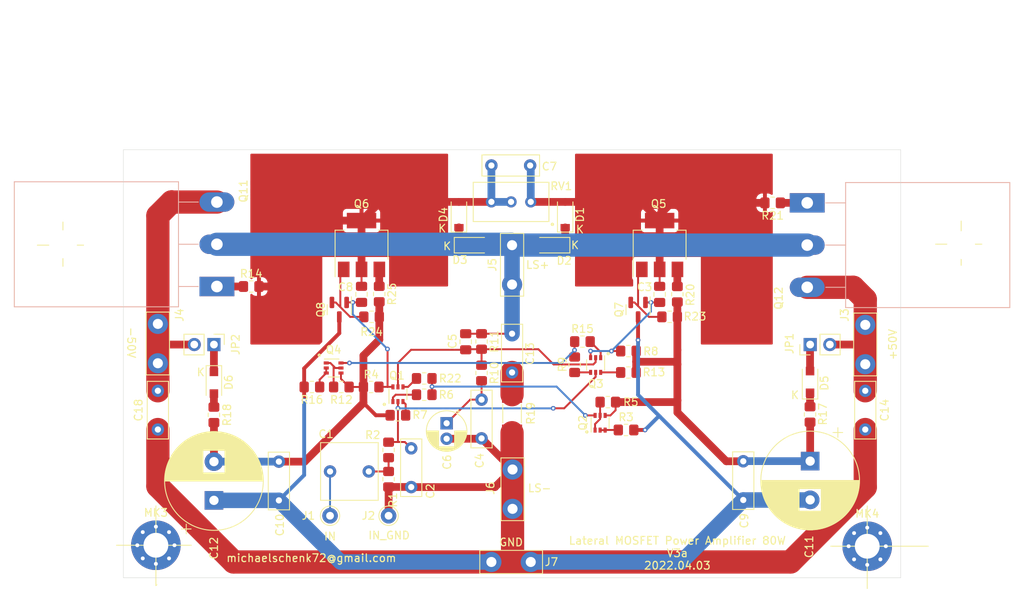
<source format=kicad_pcb>
(kicad_pcb (version 20211014) (generator pcbnew)
  (layers (0 "F.Cu" signal) (31 "B.Cu" signal) (34 "B.Paste" user) (35 "F.Paste" user) (36 "B.SilkS" user "B.Silkscreen") (37 "F.SilkS" user "F.Silkscreen") (38 "B.Mask" user) (39 "F.Mask" user) (44 "Edge.Cuts" user))
  (net 0 "")
  (net 1 "Net-(C1-Pad2)")
  (net 2 "Net-(C1-Pad1)")
  (net 3 "GND")
  (net 4 "Net-(C2-Pad1)")
  (net 5 "Net-(Q4-Pad1)")
  (net 6 "Net-(C4-Pad1)")
  (net 7 "Net-(C3-Pad2)")
  (net 8 "Net-(C13-Pad1)")
  (net 9 "Net-(C3-Pad1)")
  (net 10 "Net-(C7-Pad1)")
  (net 11 "Net-(C11-Pad1)")
  (net 12 "Net-(C10-Pad2)")
  (net 13 "Net-(C13-Pad2)")
  (net 14 "Net-(D1-Pad1)")
  (net 15 "Net-(D3-Pad1)")
  (net 16 "Net-(D5-Pad1)")
  (net 17 "Net-(D6-Pad2)")
  (net 18 "Net-(D6-Pad1)")
  (net 19 "Net-(Q11-Pad1)")
  (net 20 "Net-(C14-Pad1)")
  (net 21 "Net-(Q1-Pad1)")
  (net 22 "Net-(C5-Pad2)")
  (net 23 "Net-(Q5-Pad3)")
  (net 24 "Net-(Q2-Pad2)")
  (net 25 "Net-(Q2-Pad1)")
  (net 26 "Net-(C8-Pad2)")
  (net 27 "Net-(C18-Pad2)")
  (net 28 "Net-(Q1-Pad4)")
  (net 29 "Net-(D5-Pad2)")
  (net 30 "Net-(Q3-Pad1)")
  (net 31 "Net-(Q3-Pad4)")
  (net 32 "Net-(Q3-Pad6)")
  (net 33 "Net-(Q4-Pad2)")
  (net 34 "Net-(Q4-Pad6)")
  (net 35 "Net-(Q5-Pad1)")
  (net 36 "Net-(Q6-Pad1)")
  (net 37 "Net-(Q6-Pad3)")
  (net 38 "Net-(Q12-Pad1)")
  (net 39 "Net-(Q1-Pad3)")
  (net 40 "Net-(Q2-Pad6)")
  (footprint "Resistor_SMD:R_0805_2012Metric_Pad1.20x1.40mm_HandSolder" (layer "F.Cu") (at 180.721 63.23 90)
    (fp_text reference "R20")
    (fp_text value "39R")
  )
  (footprint "Capacitor_THT:C_Rect_L7.2mm_W7.2mm_P5.00mm_FKS2_FKP2_MKS2_MKP2" (layer "F.Cu") (at 140.89 86.106 180)
    (fp_text reference "C1")
    (fp_text value "3.3uF")
  )
  (footprint "Capacitor_THT:C_Rect_L7.2mm_W2.5mm_P5.00mm_FKS2_FKP2_MKS2_MKP2" (layer "F.Cu") (at 146.3675 83.1215 -90)
    (fp_text reference "C2")
    (fp_text value "1n")
  )
  (footprint "Capacitor_THT:CP_Radial_D5.0mm_P2.00mm" (layer "F.Cu") (at 150.9395 79.883 -90)
    (fp_text reference "C4")
    (fp_text value "47u/16V")
  )
  (footprint "Capacitor_SMD:C_0805_2012Metric_Pad1.18x1.45mm_HandSolder" (layer "F.Cu") (at 153.4 69.3625 -90)
    (fp_text reference "C5")
    (fp_text value "10p")
  )
  (footprint "Capacitor_THT:C_Rect_L7.2mm_W2.5mm_P5.00mm_FKS2_FKP2_MKS2_MKP2" (layer "F.Cu") (at 155.448 76.835 -90)
    (fp_text reference "C6")
    (fp_text value "100n")
  )
  (footprint "Capacitor_THT:C_Rect_L7.2mm_W2.5mm_P5.00mm_FKS2_FKP2_MKS2_MKP2" (layer "F.Cu") (at 189.23 84.789 -90)
    (fp_text reference "C9")
    (fp_text value "100n")
  )
  (footprint "Capacitor_THT:CP_Radial_D12.5mm_P5.00mm" (layer "F.Cu") (at 197.866 84.7725 -90)
    (fp_text reference "C11")
    (fp_text value "220u/100V")
  )
  (footprint "Capacitor_THT:C_Rect_L7.2mm_W2.5mm_P5.00mm_FKS2_FKP2_MKS2_MKP2" (layer "F.Cu") (at 159.385 68.326 -90)
    (fp_text reference "C13")
    (fp_text value "22n")
  )
  (footprint "Diode_SMD:D_SOD-123" (layer "F.Cu") (at 166.243 52.958 90)
    (fp_text reference "D1")
    (fp_text value "1N914")
  )
  (footprint "Diode_SMD:D_SOD-123" (layer "F.Cu") (at 164.592 56.896 180)
    (fp_text reference "D2")
    (fp_text value "12V/0.5W")
  )
  (footprint "Diode_SMD:D_SOD-123" (layer "F.Cu") (at 154.178 56.896)
    (fp_text reference "D3")
    (fp_text value "1N914")
  )
  (footprint "Diode_SMD:D_SOD-123" (layer "F.Cu") (at 152.527 52.958 90)
    (fp_text reference "D4")
    (fp_text value "12V/0.5W")
  )
  (footprint "Diode_SMD:D_SOD-123F" (layer "F.Cu") (at 197.85 74.55 90)
    (fp_text reference "D5")
    (fp_text value "SM4002PL-TP")
  )
  (footprint "Connector_Pin:Pin_D1.0mm_L10.0mm" (layer "F.Cu") (at 135.89 91.821)
    (fp_text reference "J1")
    (fp_text value "Conn_01x01")
  )
  (footprint "Connector_Pin:Pin_D1.0mm_L10.0mm" (layer "F.Cu") (at 143.4465 91.821)
    (fp_text reference "J2")
    (fp_text value "Conn_01x01")
  )
  (footprint "kicad-snk:TE-726386-2_Pitch5.08mm_Drill1.3mm" (layer "F.Cu") (at 204.978 72.263 90)
    (fp_text reference "J3")
    (fp_text value "+50V")
  )
  (footprint "kicad-snk:TE-726386-2_Pitch5.08mm_Drill1.3mm" (layer "F.Cu") (at 159.385 61.976 90)
    (fp_text reference "J5")
    (fp_text value "LS+")
  )
  (footprint "kicad-snk:TE-726386-2_Pitch5.08mm_Drill1.3mm" (layer "F.Cu") (at 159.4485 85.852 -90)
    (fp_text reference "J6")
    (fp_text value "LS-")
  )
  (footprint "kicad-snk:TE-726386-2_Pitch5.08mm_Drill1.3mm" (layer "F.Cu") (at 156.718 97.79)
    (fp_text reference "J7")
    (fp_text value "GND")
  )
  (footprint "MountingHole:MountingHole_3.2mm_M3_Pad_Via" (layer "F.Cu") (at 113.411 95.631)
    (fp_text reference "MK3")
    (fp_text value "Mounting_Hole_PAD")
  )
  (footprint "MountingHole:MountingHole_3.2mm_M3_Pad_Via" (layer "F.Cu") (at 205.232 95.758)
    (fp_text reference "MK4")
    (fp_text value "Mounting_Hole_PAD")
  )
  (footprint "Resistor_SMD:R_0805_2012Metric_Pad1.20x1.40mm_HandSolder" (layer "F.Cu") (at 143.4465 87.106 -90)
    (fp_text reference "R1")
    (fp_text value "33k")
  )
  (footprint "Resistor_SMD:R_0805_2012Metric_Pad1.20x1.40mm_HandSolder" (layer "F.Cu") (at 143.4465 83.328 -90)
    (fp_text reference "R2")
    (fp_text value "1k")
  )
  (footprint "Resistor_SMD:R_0805_2012Metric_Pad1.20x1.40mm_HandSolder" (layer "F.Cu") (at 174.1 80.75)
    (fp_text reference "R3")
    (fp_text value "22k")
  )
  (footprint "Resistor_SMD:R_0805_2012Metric_Pad1.20x1.40mm_HandSolder" (layer "F.Cu") (at 171.75 77.15 180)
    (fp_text reference "R5")
    (fp_text value "220R")
  )
  (footprint "Resistor_SMD:R_0805_2012Metric_Pad1.20x1.40mm_HandSolder" (layer "F.Cu") (at 148.05 76.2 180)
    (fp_text reference "R6")
    (fp_text value "100R")
  )
  (footprint "Resistor_SMD:R_0805_2012Metric_Pad1.20x1.40mm_HandSolder" (layer "F.Cu") (at 155.448 73.39 -90)
    (fp_text reference "R10")
    (fp_text value "1k")
  )
  (footprint "Resistor_SMD:R_0805_2012Metric_Pad1.20x1.40mm_HandSolder" (layer "F.Cu") (at 155.448 69.326 -90)
    (fp_text reference "R11")
    (fp_text value "33k")
  )
  (footprint "Resistor_SMD:R_0805_2012Metric_Pad1.20x1.40mm_HandSolder" (layer "F.Cu") (at 125.714 62.23)
    (fp_text reference "R14")
    (fp_text value "220R")
  )
  (footprint "Resistor_SMD:R_0805_2012Metric_Pad1.20x1.40mm_HandSolder" (layer "F.Cu") (at 197.85 78.75 90)
    (fp_text reference "R17")
    (fp_text value "100R")
  )
  (footprint "Resistor_SMD:R_MELF_MMB-0207" (layer "F.Cu") (at 159.385 78.65 -90)
    (fp_text reference "R19")
    (fp_text value "6.8R/1W")
  )
  (footprint "Resistor_SMD:R_0805_2012Metric_Pad1.20x1.40mm_HandSolder" (layer "F.Cu") (at 193.024 51.435 180)
    (fp_text reference "R21")
    (fp_text value "220R")
  )
  (footprint "Capacitor_THT:C_Rect_L7.2mm_W2.5mm_P5.00mm_FKS2_FKP2_MKS2_MKP2" (layer "F.Cu") (at 204.978 75.692 -90)
    (fp_text reference "C14")
    (fp_text value "100n")
  )
  (footprint "Resistor_SMD:R_0805_2012Metric_Pad1.20x1.40mm_HandSolder" (layer "F.Cu") (at 120.9 78.8 -90)
    (fp_text reference "R18")
    (fp_text value "100R")
  )
  (footprint "Capacitor_THT:C_Rect_L7.2mm_W2.5mm_P5.00mm_FKS2_FKP2_MKS2_MKP2" (layer "F.Cu") (at 129.286 89.836 90)
    (fp_text reference "C10")
    (fp_text value "100n")
  )
  (footprint "Capacitor_THT:CP_Radial_D12.5mm_P5.00mm" (layer "F.Cu") (at 120.904 89.836 90)
    (fp_text reference "C12")
    (fp_text value "220u/100V")
  )
  (footprint "Resistor_SMD:R_0805_2012Metric_Pad1.20x1.40mm_HandSolder" (layer "F.Cu") (at 144.65 78.85 180)
    (fp_text reference "R7")
    (fp_text value "1k2")
  )
  (footprint "Resistor_SMD:R_0805_2012Metric_Pad1.20x1.40mm_HandSolder" (layer "F.Cu") (at 141.2 75.2 180)
    (fp_text reference "R4")
    (fp_text value "1k2")
  )
  (footprint "Package_TO_SOT_SMD:SOT-223-3_TabPin2" (layer "F.Cu") (at 178.435 56.871 90)
    (fp_text reference "Q5")
    (fp_text value "DZT5401")
  )
  (footprint "Package_TO_SOT_SMD:SOT-223-3_TabPin2" (layer "F.Cu") (at 139.954 56.871 90)
    (fp_text reference "Q6")
    (fp_text value "DZT5551")
  )
  (footprint "Package_TO_SOT_SMD:SOT-363_SC-70-6" (layer "F.Cu") (at 144.6555 76.134 90)
    (fp_text reference "Q1")
    (fp_text value "BCM856BS,115")
  )
  (footprint "Package_TO_SOT_SMD:SOT-363_SC-70-6" (layer "F.Cu") (at 170.7515 79.8195 90)
    (fp_text reference "Q2")
    (fp_text value "BCM856BS,115")
  )
  (footprint "kicad-snk:TE-726386-2_Pitch5.08mm_Drill1.3mm" (layer "F.Cu") (at 113.665 72.136 90)
    (fp_text reference "J4")
    (fp_text value "-50V")
  )
  (footprint "Capacitor_THT:C_Rect_L7.2mm_W2.5mm_P5.00mm_FKS2_FKP2_MKS2_MKP2" (layer "F.Cu") (at 113.665 80.692 90)
    (fp_text reference "C18")
    (fp_text value "100n")
  )
  (footprint "Diode_SMD:D_SOD-123F" (layer "F.Cu") (at 120.9 74.65 -90)
    (fp_text reference "D6")
    (fp_text value "SM4002PL-TP")
  )
  (footprint "Capacitor_THT:C_Rect_L7.2mm_W2.5mm_P5.00mm_FKS2_FKP2_MKS2_MKP2" (layer "F.Cu") (at 156.718 46.609)
    (fp_text reference "C7")
    (fp_text value "100n")
  )
  (footprint "Potentiometer_THT:Potentiometer_Bourns_3296W_Vertical" (layer "F.Cu") (at 161.798 51.308)
    (fp_text reference "RV1")
    (fp_text value "500R")
  )
  (footprint "Resistor_SMD:R_0805_2012Metric_Pad1.20x1.40mm_HandSolder" (layer "F.Cu") (at 137.35 75.2 180)
    (fp_text reference "R12")
    (fp_text value "220R")
  )
  (footprint "Resistor_SMD:R_0805_2012Metric_Pad1.20x1.40mm_HandSolder" (layer "F.Cu") (at 167.4622 72.3298 -90)
    (fp_text reference "R9")
    (fp_text value "100R")
  )
  (footprint "Package_TO_SOT_SMD:SOT-363_SC-70-6" (layer "F.Cu") (at 170.1742 72.3646 -90)
    (fp_text reference "Q3")
    (fp_text value "BCM846BS,115")
  )
  (footprint "Resistor_SMD:R_0805_2012Metric_Pad1.20x1.40mm_HandSolder" (layer "F.Cu") (at 148.05 74.1 180)
    (fp_text reference "R22")
    (fp_text value "100R")
  )
  (footprint "Connector_PinHeader_2.54mm:PinHeader_1x02_P2.54mm_Vertical" (layer "F.Cu") (at 120.904 69.723 -90)
    (fp_text reference "JP2")
    (fp_text value "Jump")
  )
  (footprint "Resistor_SMD:R_0805_2012Metric_Pad1.20x1.40mm_HandSolder" (layer "F.Cu") (at 168.4688 69.342)
    (fp_text reference "R15")
    (fp_text value "100R")
  )
  (footprint "Resistor_SMD:R_0805_2012Metric_Pad1.20x1.40mm_HandSolder" (layer "F.Cu") (at 141.25 66.15)
    (fp_text reference "R24")
    (fp_text value "1k")
  )
  (footprint "Package_TO_SOT_SMD:SOT-23" (layer "F.Cu") (at 175.6562 65.2249 -90)
    (fp_text reference "Q7")
    (fp_text value "BC856B")
  )
  (footprint "Resistor_SMD:R_0805_2012Metric_Pad1.20x1.40mm_HandSolder" (layer "F.Cu") (at 142.24 63.2046 -90)
    (fp_text reference "R25")
    (fp_text value "39R")
  )
  (footprint "Connector_PinHeader_2.54mm:PinHeader_1x02_P2.54mm_Vertical" (layer "F.Cu") (at 197.866 69.723 90)
    (fp_text reference "JP1")
    (fp_text value "Jump")
  )
  (footprint "Capacitor_SMD:C_0805_2012Metric_Pad1.18x1.45mm_HandSolder" (layer "F.Cu") (at 139.954 63.2421 -90)
    (fp_text reference "C8")
    (fp_text value "18p")
  )
  (footprint "Package_TO_SOT_SMD:SOT-363_SC-70-6" (layer "F.Cu") (at 136.35 72.75)
    (fp_text reference "Q4")
    (fp_text value "BCM846BS,115")
  )
  (footprint "Package_TO_SOT_SMD:SOT-23" (layer "F.Cu") (at 137.0838 65.2272 -90)
    (fp_text reference "Q8")
    (fp_text value "BC846B")
  )
  (footprint "Resistor_SMD:R_0805_2012Metric_Pad1.20x1.40mm_HandSolder" (layer "F.Cu") (at 174.4058 73.3298)
    (fp_text reference "R13")
    (fp_text value "1k2")
  )
  (footprint "Resistor_SMD:R_0805_2012Metric_Pad1.20x1.40mm_HandSolder" (layer "F.Cu") (at 174.4058 70.5612)
    (fp_text reference "R8")
    (fp_text value "1k2")
  )
  (footprint "Resistor_SMD:R_0805_2012Metric_Pad1.20x1.40mm_HandSolder" (layer "F.Cu") (at 133.55 75.2 180)
    (fp_text reference "R16")
    (fp_text value "22k")
  )
  (footprint "Capacitor_SMD:C_0805_2012Metric_Pad1.18x1.45mm_HandSolder" (layer "F.Cu") (at 178.435 63.2499 -90)
    (fp_text reference "C3")
    (fp_text value "18p")
  )
  (footprint "Resistor_SMD:R_0805_2012Metric_Pad1.20x1.40mm_HandSolder" (layer "F.Cu") (at 179.725 66.15 180)
    (fp_text reference "R23")
    (fp_text value "1k")
  )
  (footprint "Package_TO_SOT_THT:TO-247-3_Horizontal_TabUp" (layer "B.Cu") (at 121.285 62.23 90)
    (fp_text reference "Q11")
    (fp_text value "ECX10P20")
  )
  (footprint "Package_TO_SOT_THT:TO-247-3_Horizontal_TabUp" (layer "B.Cu") (at 197.485 51.435 -90)
    (fp_text reference "Q12")
    (fp_text value "ECX10N20")
  )
  (gr_line (start 98.1075 56.896) (end 104.0765 56.896) (layer "F.SilkS") (width 0.12))
  (gr_line (start 101.4095 53.9115) (end 101.4095 59.6265) (layer "F.SilkS") (width 0.12))
  (gr_line (start 213.106 95.758) (end 200.533 95.758) (layer "F.SilkS") (width 0.12))
  (gr_line (start 117.983 95.631) (end 108.331 95.631) (layer "F.SilkS") (width 0.12))
  (gr_line (start 205.232 101.219) (end 205.232 90.551) (layer "F.SilkS") (width 0.12))
  (gr_line (start 217.3605 53.7845) (end 217.3605 59.4995) (layer "F.SilkS") (width 0.12))
  (gr_line (start 214.0585 56.769) (end 220.0275 56.769) (layer "F.SilkS") (width 0.12))
  (gr_line (start 113.411 90.551) (end 113.411 100.838) (layer "F.SilkS") (width 0.12))
  (gr_line (start 113.411 100.838) (end 113.538 100.711) (layer "F.SilkS") (width 0.12))
  (gr_line (start 109.22 99.822) (end 209.55 99.822) (layer "Edge.Cuts") (width 0.05))
  (gr_line (start 109.22 44.577) (end 109.22 99.822) (layer "Edge.Cuts") (width 0.05))
  (gr_line (start 209.55 44.577) (end 209.55 99.822) (layer "Edge.Cuts") (width 0.05))
  (gr_line (start 109.22 44.577) (end 209.55 44.577) (layer "Edge.Cuts") (width 0.05))
  (gr_text "GND" (at 159.258 95.25) (layer "F.SilkS") (effects (font (size 1 1))))
  (gr_text "-50V" (at 110.236 69.469 -90) (layer "F.SilkS") (effects (font (size 1 1))))
  (gr_text "°" (at 164.592 54.61) (layer "F.SilkS") (effects (font (size 1 1))))
  (gr_text "°" (at 169.037 81.407) (layer "F.SilkS") (effects (font (size 1 1))))
  (gr_text "°" (at 142.9 77.85) (layer "F.SilkS") (effects (font (size 1 1))))
  (gr_text "IN" (at 135.89 94.488) (layer "F.SilkS") (effects (font (size 1 1))))
  (gr_text "LS+" (at 162.687 59.436) (layer "F.SilkS") (effects (font (size 1 1))))
  (gr_text "K" (at 119.2 73.3) (layer "F.SilkS") (effects (font (size 1 1))))
  (gr_text "+50V" (at 208.534 69.723 90) (layer "F.SilkS") (effects (font (size 1 1))))
  (gr_text "IN_GND" (at 143.51 94.361) (layer "F.SilkS") (effects (font (size 1 1))))
  (gr_text "°" (at 171.8 71.3) (layer "F.SilkS") (effects (font (size 1 1))))
  (gr_text "K" (at 167.513 56.896) (layer "F.SilkS") (effects (font (size 1 1))))
  (gr_text "°" (at 134.5 71.5) (layer "F.SilkS") (effects (font (size 1 1))))
  (gr_text "michaelschenk72@gmail.com" (at 133.477 97.282) (layer "F.SilkS") (effects (font (size 1 1))))
  (gr_text "K" (at 195.9 76.25) (layer "F.SilkS") (effects (font (size 1 1))))
  (gr_text "K" (at 151.003 57.023) (layer "F.SilkS") (effects (font (size 1 1))))
  (gr_text "Lateral MOSFET Power Amplifier 80W\nV3a\n2022.04.03" (at 180.721 96.647) (layer "F.SilkS") (effects (font (size 1 1))))
  (gr_text "K" (at 168.148 54.864) (layer "F.SilkS") (effects (font (size 1 1))))
  (gr_text "K" (at 150.368 54.737) (layer "F.SilkS") (effects (font (size 1 1))))
  (gr_text "LS-" (at 162.941 88.265) (layer "F.SilkS") (effects (font (size 1 1))))
  (segment (start 135.89 91.821) (end 135.89 86.106) (width 0.25) (layer "B.Cu") (net 1))
  (segment (start 140.89 86.106) (end 143.4465 86.106) (width 0.25) (layer "F.Cu") (net 2))
  (segment (start 143.4465 86.106) (end 143.4465 84.328) (width 0.25) (layer "F.Cu") (net 2))
  (segment (start 137.0838 68.2662) (end 137.0838 66.1647) (width 0.5) (layer "F.Cu") (net 3))
  (segment (start 159.4485 85.852) (end 159.4485 85.8355) (width 1) (layer "F.Cu") (net 3))
  (segment (start 150.9395 81.883) (end 155.4 81.883) (width 1) (layer "F.Cu") (net 3))
  (segment (start 146.352 88.106) (end 146.3675 88.1215) (width 1) (layer "F.Cu") (net 3))
  (segment (start 204.978 88.138) (end 204.978 80.692) (width 3) (layer "F.Cu") (net 3))
  (segment (start 195.326 97.79) (end 204.978 88.138) (width 3) (layer "F.Cu") (net 3))
  (segment (start 159.4485 90.932) (end 159.4485 85.852) (width 3) (layer "F.Cu") (net 3))
  (segment (start 159.893 97.79) (end 161.798 97.79) (width 3) (layer "F.Cu") (net 3))
  (segment (start 176.55 80.75) (end 175.1 80.75) (width 0.5) (layer "F.Cu") (net 3))
  (segment (start 143.4465 88.106) (end 146.352 88.106) (width 1) (layer "F.Cu") (net 3))
  (segment (start 161.798 97.79) (end 195.326 97.79) (width 3) (layer "F.Cu") (net 3))
  (segment (start 159.4485 85.8355) (end 155.448 81.835) (width 1) (layer "F.Cu") (net 3))
  (segment (start 123.444 97.79) (end 113.665 88.011) (width 3) (layer "F.Cu") (net 3))
  (segment (start 156.718 97.79) (end 159.893 97.79) (width 3) (layer "F.Cu") (net 3))
  (segment (start 156.718 97.79) (end 123.444 97.79) (width 3) (layer "F.Cu") (net 3))
  (segment (start 132.55 76.9) (end 132.55 75.2) (width 0.5) (layer "F.Cu") (net 3))
  (segment (start 157.179 88.1215) (end 159.4485 85.852) (width 1) (layer "F.Cu") (net 3))
  (segment (start 132.55 72.8) (end 137.0838 68.2662) (width 0.5) (layer "F.Cu") (net 3))
  (segment (start 175.65 66.1686) (end 175.6562 66.1624) (width 0.5) (layer "F.Cu") (net 3))
  (segment (start 132.55 75.2) (end 132.55 72.8) (width 0.5) (layer "F.Cu") (net 3))
  (segment (start 159.385 81.1) (end 159.385 85.7885) (width 3) (layer "F.Cu") (net 3))
  (segment (start 113.665 88.011) (end 113.665 80.692) (width 3) (layer "F.Cu") (net 3))
  (segment (start 155.4 81.883) (end 155.448 81.835) (width 1) (layer "F.Cu") (net 3))
  (segment (start 175.65 69.15) (end 175.65 66.1686) (width 0.5) (layer "F.Cu") (net 3))
  (segment (start 143.4465 91.821) (end 143.4465 88.106) (width 1) (layer "F.Cu") (net 3))
  (segment (start 159.4485 90.932) (end 159.4485 97.3455) (width 3) (layer "F.Cu") (net 3))
  (segment (start 159.4485 97.3455) (end 159.893 97.79) (width 3) (layer "F.Cu") (net 3))
  (segment (start 146.3675 88.1215) (end 157.179 88.1215) (width 1) (layer "F.Cu") (net 3))
  (segment (start 159.385 85.7885) (end 159.4485 85.852) (width 3) (layer "F.Cu") (net 3))
  (via (at 175.65 69.15) (size 0.6) (drill 0.3) (layers "F.Cu" "B.Cu") (net 3))
  (via (at 132.55 76.9) (size 0.6) (drill 0.3) (layers "F.Cu" "B.Cu") (net 3))
  (via (at 176.55 80.75) (size 0.6) (drill 0.3) (layers "F.Cu" "B.Cu") (net 3))
  (segment (start 132.55 86.572) (end 132.55 76.9) (width 0.5) (layer "B.Cu") (net 3))
  (segment (start 175.65 76.209) (end 175.65 69.15) (width 0.5) (layer "B.Cu") (net 3))
  (segment (start 178.4455 79.0045) (end 178.2955 79.0045) (width 0.5) (layer "B.Cu") (net 3))
  (segment (start 178.2955 79.0045) (end 176.55 80.75) (width 0.5) (layer "B.Cu") (net 3))
  (segment (start 197.8495 89.789) (end 197.866 89.7725) (width 2) (layer "B.Cu") (net 3))
  (segment (start 175.65 76.209) (end 178.4455 79.0045) (width 0.5) (layer "B.Cu") (net 3))
  (segment (start 181.229 97.79) (end 189.23 89.789) (width 2) (layer "B.Cu") (net 3))
  (segment (start 129.286 89.836) (end 132.55 86.572) (width 0.5) (layer "B.Cu") (net 3))
  (segment (start 137.24 97.79) (end 129.286 89.836) (width 2) (layer "B.Cu") (net 3))
  (segment (start 189.23 89.789) (end 197.8495 89.789) (width 2) (layer "B.Cu") (net 3))
  (segment (start 156.718 97.79) (end 137.24 97.79) (width 2) (layer "B.Cu") (net 3))
  (segment (start 129.286 89.836) (end 120.904 89.836) (width 2) (layer "B.Cu") (net 3))
  (segment (start 161.798 97.79) (end 181.229 97.79) (width 2) (layer "B.Cu") (net 3))
  (segment (start 178.4455 79.0045) (end 189.23 89.789) (width 0.5) (layer "B.Cu") (net 3))
  (segment (start 170.1742 73.3146) (end 170.1742 73.8896) (width 0.25) (layer "F.Cu") (net 4))
  (segment (start 146.3675 83.1215) (end 145.546 82.3) (width 0.25) (layer "F.Cu") (net 4))
  (segment (start 143.4745 82.3) (end 143.4465 82.328) (width 0.25) (layer "F.Cu") (net 4))
  (segment (start 144.6555 82.2945) (end 144.65 82.3) (width 0.25) (layer "F.Cu") (net 4))
  (segment (start 144.65 82.3) (end 143.4745 82.3) (width 0.25) (layer "F.Cu") (net 4))
  (segment (start 144.6555 77.084) (end 144.6555 77.9445) (width 0.25) (layer "F.Cu") (net 4))
  (segment (start 166.1138 77.95) (end 164.7 77.95) (width 0.25) (layer "F.Cu") (net 4))
  (segment (start 144.6555 77.9445) (end 144.6555 82.2945) (width 0.25) (layer "F.Cu") (net 4))
  (segment (start 145.546 82.3) (end 144.65 82.3) (width 0.25) (layer "F.Cu") (net 4))
  (segment (start 170.1742 73.8896) (end 166.1138 77.95) (width 0.25) (layer "F.Cu") (net 4))
  (via (at 144.6555 77.9445) (size 0.6) (drill 0.3) (layers "F.Cu" "B.Cu") (net 4))
  (via (at 164.7 77.95) (size 0.6) (drill 0.3) (layers "F.Cu" "B.Cu") (net 4))
  (segment (start 144.6555 77.9445) (end 144.670511 77.959511) (width 0.25) (layer "B.Cu") (net 4))
  (segment (start 144.670511 77.959511) (end 164.690489 77.959511) (width 0.25) (layer "B.Cu") (net 4))
  (segment (start 164.690489 77.959511) (end 164.7 77.95) (width 0.25) (layer "B.Cu") (net 4))
  (segment (start 136.362011 72.537989) (end 135.924022 72.1) (width 0.25) (layer "F.Cu") (net 5))
  (segment (start 136.35 72.55) (end 136.362011 72.537989) (width 0.25) (layer "F.Cu") (net 5))
  (segment (start 135.924022 72.1) (end 135.4 72.1) (width 0.25) (layer "F.Cu") (net 5))
  (segment (start 136.35 75.2) (end 136.35 72.55) (width 0.25) (layer "F.Cu") (net 5))
  (segment (start 137.3 72.75) (end 136.574022 72.75) (width 0.25) (layer "F.Cu") (net 5))
  (segment (start 136.574022 72.75) (end 136.362011 72.537989) (width 0.25) (layer "F.Cu") (net 5))
  (segment (start 155.448 76.835) (end 153.9875 76.835) (width 0.25) (layer "F.Cu") (net 6))
  (segment (start 153.9875 76.835) (end 150.9395 79.883) (width 0.25) (layer "F.Cu") (net 6))
  (segment (start 155.448 76.835) (end 155.448 74.39) (width 0.25) (layer "F.Cu") (net 6))
  (segment (start 172.212 70.5612) (end 173.4058 70.5612) (width 0.25) (layer "F.Cu") (net 7))
  (segment (start 169.5242 70.5658) (end 169.5196 70.5612) (width 0.25) (layer "F.Cu") (net 7))
  (segment (start 169.5242 71.4146) (end 169.5242 70.5658) (width 0.25) (layer "F.Cu") (net 7))
  (segment (start 177.3126 64.2874) (end 176.6062 64.2874) (width 0.25) (layer "F.Cu") (net 7))
  (segment (start 178.435 64.2874) (end 177.3126 64.2874) (width 0.25) (layer "F.Cu") (net 7))
  (via (at 177.3126 64.2874) (size 0.6) (drill 0.3) (layers "F.Cu" "B.Cu") (net 7))
  (via (at 169.5196 70.5612) (size 0.6) (drill 0.3) (layers "F.Cu" "B.Cu") (net 7))
  (via (at 172.212 70.5612) (size 0.6) (drill 0.3) (layers "F.Cu" "B.Cu") (net 7))
  (segment (start 169.5196 70.5612) (end 172.212 70.5612) (width 0.25) (layer "B.Cu") (net 7))
  (segment (start 172.212 70.5612) (end 177.3126 65.4606) (width 0.25) (layer "B.Cu") (net 7))
  (segment (start 177.3126 65.4606) (end 177.3126 64.2874) (width 0.25) (layer "B.Cu") (net 7))
  (segment (start 155.448 68.326) (end 153.401 68.326) (width 0.25) (layer "F.Cu") (net 8))
  (segment (start 162.942 56.896) (end 159.385 56.896) (width 1) (layer "F.Cu") (net 8))
  (segment (start 159.385 68.326) (end 155.448 68.326) (width 0.25) (layer "F.Cu") (net 8))
  (segment (start 155.828 56.896) (end 159.385 56.896) (width 1) (layer "F.Cu") (net 8))
  (segment (start 153.401 68.326) (end 153.4 68.325) (width 0.25) (layer "F.Cu") (net 8))
  (segment (start 159.396 56.885) (end 197.485 56.885) (width 3) (layer "B.Cu") (net 8))
  (segment (start 159.385 56.896) (end 159.396 56.885) (width 3) (layer "B.Cu") (net 8))
  (segment (start 159.385 56.896) (end 159.385 68.326) (width 2) (layer "B.Cu") (net 8))
  (segment (start 159.385 56.896) (end 159.269 56.78) (width 3) (layer "B.Cu") (net 8))
  (segment (start 159.269 56.78) (end 121.285 56.78) (width 3) (layer "B.Cu") (net 8))
  (segment (start 178.435 60.021) (end 178.435 53.721) (width 1) (layer "F.Cu") (net 9))
  (segment (start 178.435 52.959) (end 178.435 53.721) (width 1) (layer "F.Cu") (net 9))
  (segment (start 179.959 51.435) (end 178.435 52.959) (width 1) (layer "F.Cu") (net 9))
  (segment (start 166.243 51.308) (end 176.022 51.308) (width 1) (layer "F.Cu") (net 9))
  (segment (start 192.024 51.435) (end 179.959 51.435) (width 1) (layer "F.Cu") (net 9))
  (segment (start 178.435 62.2124) (end 178.435 60.021) (width 0.25) (layer "F.Cu") (net 9))
  (segment (start 166.243 51.308) (end 161.798 51.308) (width 1) (layer "F.Cu") (net 9))
  (segment (start 176.022 51.308) (end 178.435 53.721) (width 1) (layer "F.Cu") (net 9))
  (segment (start 161.798 51.308) (end 161.798 46.689) (width 1) (layer "B.Cu") (net 9))
  (segment (start 128.27 62.23) (end 126.714 62.23) (width 1) (layer "F.Cu") (net 10))
  (segment (start 139.954 60.021) (end 139.954 53.721) (width 1) (layer "F.Cu") (net 10))
  (segment (start 156.718 51.308) (end 152.527 51.308) (width 1) (layer "F.Cu") (net 10))
  (segment (start 136.779 53.721) (end 128.27 62.23) (width 1) (layer "F.Cu") (net 10))
  (segment (start 139.954 62.2046) (end 139.954 60.021) (width 0.25) (layer "F.Cu") (net 10))
  (segment (start 152.527 51.308) (end 142.367 51.308) (width 1) (layer "F.Cu") (net 10))
  (segment (start 142.367 51.308) (end 139.954 53.721) (width 1) (layer "F.Cu") (net 10))
  (segment (start 139.954 53.721) (end 136.779 53.721) (width 1) (layer "F.Cu") (net 10))
  (segment (start 159.258 51.308) (end 156.718 51.308) (width 1) (layer "B.Cu") (net 10))
  (segment (start 156.718 51.308) (end 156.718 46.609) (width 1) (layer "B.Cu") (net 10))
  (segment (start 180.5 77.15) (end 180.725 76.925) (width 1) (layer "F.Cu") (net 11))
  (segment (start 187.039 84.789) (end 189.23 84.789) (width 1) (layer "F.Cu") (net 11))
  (segment (start 175.4058 71.9442) (end 175.4058 70.5612) (width 1) (layer "F.Cu") (net 11))
  (segment (start 180.725 72.275) (end 180.725 76.925) (width 1) (layer "F.Cu") (net 11))
  (segment (start 172.0805 78.8695) (end 171.4015 78.8695) (width 0.25) (layer "F.Cu") (net 11))
  (segment (start 180.725 64.234) (end 180.721 64.23) (width 1) (layer "F.Cu") (net 11))
  (segment (start 172.75 78.2) (end 172.0805 78.8695) (width 0.25) (layer "F.Cu") (net 11))
  (segment (start 180.725 66.15) (end 180.725 64.234) (width 1) (layer "F.Cu") (net 11))
  (segment (start 180.725 70.425) (end 180.725 72.275) (width 1) (layer "F.Cu") (net 11))
  (segment (start 197.866 84.7725) (end 197.866 79.766) (width 1) (layer "F.Cu") (net 11))
  (segment (start 180.3942 71.9442) (end 180.725 72.275) (width 1) (layer "F.Cu") (net 11))
  (segment (start 180.725 76.925) (end 180.725 78.475) (width 1) (layer "F.Cu") (net 11))
  (segment (start 172.75 77.15) (end 172.75 78.2) (width 0.25) (layer "F.Cu") (net 11))
  (segment (start 180.725 78.475) (end 187.039 84.789) (width 1) (layer "F.Cu") (net 11))
  (segment (start 175.4058 71.9442) (end 180.3942 71.9442) (width 1) (layer "F.Cu") (net 11))
  (segment (start 172.75 77.15) (end 180.5 77.15) (width 1) (layer "F.Cu") (net 11))
  (segment (start 175.4058 73.3298) (end 175.4058 71.9442) (width 1) (layer "F.Cu") (net 11))
  (segment (start 180.725 66.15) (end 180.725 70.425) (width 1) (layer "F.Cu") (net 11))
  (segment (start 189.2465 84.7725) (end 189.23 84.789) (width 1) (layer "B.Cu") (net 11))
  (segment (start 197.866 84.7725) (end 189.2465 84.7725) (width 1) (layer "B.Cu") (net 11))
  (segment (start 137.3 74.15) (end 138.35 75.2) (width 0.25) (layer "F.Cu") (net 12))
  (segment (start 137.3 73.4) (end 137.3 74.15) (width 0.25) (layer "F.Cu") (net 12))
  (segment (start 140.2 75.2) (end 138.35 75.2) (width 0.25) (layer "F.Cu") (net 12))
  (segment (start 132.614 84.836) (end 138.025 79.425) (width 1) (layer "F.Cu") (net 12))
  (segment (start 142.25 69.1) (end 142.25 66.15) (width 1) (layer "F.Cu") (net 12))
  (segment (start 142.25 64.2146) (end 142.24 64.2046) (width 1) (layer "F.Cu") (net 12))
  (segment (start 120.904 84.836) (end 120.904 79.804) (width 1) (layer "F.Cu") (net 12))
  (segment (start 120.904 79.854) (end 120.85 79.8) (width 1) (layer "F.Cu") (net 12))
  (segment (start 141.8 78.85) (end 140.2 77.25) (width 0.5) (layer "F.Cu") (net 12))
  (segment (start 120.904 79.804) (end 120.9 79.8) (width 1) (layer "F.Cu") (net 12))
  (segment (start 140.2 75.2) (end 140.2 71.15) (width 1) (layer "F.Cu") (net 12))
  (segment (start 142.25 66.15) (end 142.25 64.2146) (width 1) (layer "F.Cu") (net 12))
  (segment (start 140.2 77.25) (end 140.2 75.2) (width 1) (layer "F.Cu") (net 12))
  (segment (start 143.65 78.85) (end 141.8 78.85) (width 0.5) (layer "F.Cu") (net 12))
  (segment (start 138.025 79.425) (end 140.2 77.25) (width 1) (layer "F.Cu") (net 12))
  (segment (start 129.286 84.836) (end 132.614 84.836) (width 1) (layer "F.Cu") (net 12))
  (segment (start 140.2 71.15) (end 142.25 69.1) (width 1) (layer "F.Cu") (net 12))
  (segment (start 129.286 84.836) (end 120.904 84.836) (width 1) (layer "B.Cu") (net 12))
  (segment (start 159.385 73.326) (end 159.385 76.2) (width 3) (layer "F.Cu") (net 13))
  (segment (start 166.243 56.895) (end 166.242 56.896) (width 1) (layer "F.Cu") (net 14))
  (segment (start 166.243 54.608) (end 166.243 56.895) (width 1) (layer "F.Cu") (net 14))
  (segment (start 152.528 56.896) (end 152.528 54.609) (width 1) (layer "F.Cu") (net 15))
  (segment (start 152.528 54.609) (end 152.527 54.608) (width 1) (layer "F.Cu") (net 15))
  (segment (start 197.85 77.75) (end 197.85 75.95) (width 1) (layer "F.Cu") (net 16))
  (segment (start 120.9 77.8) (end 120.9 76.05) (width 1) (layer "F.Cu") (net 17))
  (segment (start 120.9 73.25) (end 120.9 69.727) (width 1) (layer "F.Cu") (net 18))
  (segment (start 120.9 69.727) (end 120.904 69.723) (width 1) (layer "F.Cu") (net 18))
  (segment (start 121.285 62.23) (end 124.714 62.23) (width 1) (layer "F.Cu") (net 19))
  (segment (start 204.978 67.183) (end 204.978 63.881) (width 3) (layer "F.Cu") (net 20))
  (segment (start 200.406 69.723) (end 204.978 69.723) (width 1) (layer "F.Cu") (net 20))
  (segment (start 203.432 62.335) (end 197.485 62.335) (width 3) (layer "F.Cu") (net 20))
  (segment (start 204.978 75.692) (end 204.978 72.263) (width 3) (layer "F.Cu") (net 20))
  (segment (start 204.978 72.263) (end 204.978 69.723) (width 3) (layer "F.Cu") (net 20))
  (segment (start 204.978 63.881) (end 203.432 62.335) (width 3) (layer "F.Cu") (net 20))
  (segment (start 204.978 69.723) (end 204.978 67.183) (width 3) (layer "F.Cu") (net 20))
  (segment (start 144.365478 76.2) (end 144.0055 76.559978) (width 0.25) (layer "F.Cu") (net 21))
  (segment (start 147.05 76.2) (end 144.365478 76.2) (width 0.25) (layer "F.Cu") (net 21))
  (segment (start 144.0055 76.559978) (end 144.0055 77.084) (width 0.25) (layer "F.Cu") (net 21))
  (segment (start 162.782 70.326) (end 155.448 70.326) (width 0.25) (layer "F.Cu") (net 22))
  (segment (start 153.474 70.326) (end 153.4 70.4) (width 0.25) (layer "F.Cu") (net 22))
  (segment (start 155.448 72.39) (end 155.448 70.326) (width 0.25) (layer "F.Cu") (net 22))
  (segment (start 170.1742 71.9896) (end 169.8754 72.2884) (width 0.25) (layer "F.Cu") (net 22))
  (segment (start 169.8754 72.2884) (end 164.7444 72.2884) (width 0.25) (layer "F.Cu") (net 22))
  (segment (start 155.448 70.326) (end 153.474 70.326) (width 0.25) (layer "F.Cu") (net 22))
  (segment (start 170.1742 71.4146) (end 170.1742 71.9896) (width 0.25) (layer "F.Cu") (net 22))
  (segment (start 164.7444 72.2884) (end 162.782 70.326) (width 0.25) (layer "F.Cu") (net 22))
  (segment (start 144.6555 75.184) (end 144.6555 72.0945) (width 0.25) (layer "F.Cu") (net 22))
  (segment (start 144.6555 72.0945) (end 146.35 70.4) (width 0.25) (layer "F.Cu") (net 22))
  (segment (start 153.4 70.4) (end 146.35 70.4) (width 0.25) (layer "F.Cu") (net 22))
  (segment (start 180.721 60.035) (end 180.735 60.021) (width 1) (layer "F.Cu") (net 23))
  (segment (start 180.721 62.23) (end 180.721 60.035) (width 1) (layer "F.Cu") (net 23))
  (segment (start 173.1 80.75) (end 171.421 80.75) (width 0.25) (layer "F.Cu") (net 24))
  (segment (start 171.421 80.75) (end 171.4015 80.7695) (width 0.25) (layer "F.Cu") (net 24))
  (segment (start 170.7515 80.7695) (end 171.4015 80.7695) (width 0.25) (layer "F.Cu") (net 24))
  (segment (start 170.7515 77.1515) (end 170.75 77.15) (width 0.25) (layer "F.Cu") (net 25))
  (segment (start 170.7515 79.329502) (end 170.7515 78.8695) (width 0.25) (layer "F.Cu") (net 25))
  (segment (start 170.7515 78.8695) (end 170.7515 77.1515) (width 0.25) (layer "F.Cu") (net 25))
  (segment (start 170.1015 80.7695) (end 170.1015 79.979502) (width 0.25) (layer "F.Cu") (net 25))
  (segment (start 170.1015 79.979502) (end 170.252501 79.828501) (width 0.25) (layer "F.Cu") (net 25))
  (segment (start 170.252501 79.828501) (end 170.7515 79.329502) (width 0.25) (layer "F.Cu") (net 25))
  (segment (start 144.0055 75.184) (end 143.316 75.184) (width 0.25) (layer "F.Cu") (net 26))
  (segment (start 143.316 75.184) (end 143.316 70.316) (width 0.25) (layer "F.Cu") (net 26))
  (segment (start 139.954 64.2796) (end 138.8204 64.2796) (width 0.25) (layer "F.Cu") (net 26))
  (segment (start 143.316 75.184) (end 142.216 75.184) (width 0.25) (layer "F.Cu") (net 26))
  (segment (start 143.316 70.316) (end 143.3 70.3) (width 0.25) (layer "F.Cu") (net 26))
  (segment (start 138.0439 64.2796) (end 138.0338 64.2897) (width 0.25) (layer "F.Cu") (net 26))
  (segment (start 142.216 75.184) (end 142.2 75.2) (width 0.25) (layer "F.Cu") (net 26))
  (segment (start 138.8204 64.2796) (end 138.0439 64.2796) (width 0.25) (layer "F.Cu") (net 26))
  (via (at 143.3 70.3) (size 0.6) (drill 0.3) (layers "F.Cu" "B.Cu") (net 26))
  (via (at 138.8204 64.2796) (size 0.6) (drill 0.3) (layers "F.Cu" "B.Cu") (net 26))
  (segment (start 138.8204 65.8204) (end 138.8204 64.2796) (width 0.25) (layer "B.Cu") (net 26))
  (segment (start 143.3 70.3) (end 138.8204 65.8204) (width 0.25) (layer "B.Cu") (net 26))
  (segment (start 118.364 69.723) (end 114.173 69.723) (width 1) (layer "F.Cu") (net 27))
  (segment (start 113.665 67.056) (end 113.665 53.086) (width 3) (layer "F.Cu") (net 27))
  (segment (start 113.665 53.086) (end 115.443 51.308) (width 3) (layer "F.Cu") (net 27))
  (segment (start 113.665 69.215) (end 113.665 67.056) (width 3) (layer "F.Cu") (net 27))
  (segment (start 113.665 75.692) (end 113.665 72.136) (width 3) (layer "F.Cu") (net 27))
  (segment (start 114.173 69.723) (end 113.665 69.215) (width 1) (layer "F.Cu") (net 27))
  (segment (start 115.465 51.33) (end 121.285 51.33) (width 3) (layer "F.Cu") (net 27))
  (segment (start 115.443 51.308) (end 115.465 51.33) (width 3) (layer "F.Cu") (net 27))
  (segment (start 113.665 72.136) (end 113.665 69.215) (width 3) (layer "F.Cu") (net 27))
  (segment (start 145.3055 75.184) (end 145.966 75.184) (width 0.25) (layer "F.Cu") (net 28))
  (segment (start 145.966 75.184) (end 147.05 74.1) (width 0.25) (layer "F.Cu") (net 28))
  (segment (start 197.85 73.15) (end 197.85 69.739) (width 1) (layer "F.Cu") (net 29))
  (segment (start 197.85 69.739) (end 197.866 69.723) (width 1) (layer "F.Cu") (net 29))
  (segment (start 170.8242 70.6974) (end 169.4688 69.342) (width 0.25) (layer "F.Cu") (net 30))
  (segment (start 170.8242 71.4146) (end 170.8242 70.6974) (width 0.25) (layer "F.Cu") (net 30))
  (segment (start 169.5242 73.3146) (end 167.4774 73.3146) (width 0.25) (layer "F.Cu") (net 31))
  (segment (start 167.4774 73.3146) (end 167.4622 73.3298) (width 0.25) (layer "F.Cu") (net 31))
  (segment (start 173.4058 73.3298) (end 173.3906 73.3146) (width 0.25) (layer "F.Cu") (net 32))
  (segment (start 173.3906 73.3146) (end 170.8242 73.3146) (width 0.25) (layer "F.Cu") (net 32))
  (segment (start 134.55 75.2) (end 134.55 74.25) (width 0.25) (layer "F.Cu") (net 33))
  (segment (start 134.55 74.25) (end 135.4 73.4) (width 0.25) (layer "F.Cu") (net 33))
  (segment (start 135.4 73.4) (end 135.4 72.75) (width 0.25) (layer "F.Cu") (net 33))
  (segment (start 167.45 70.45) (end 167.45 69.3608) (width 0.25) (layer "F.Cu") (net 34))
  (segment (start 167.45 69.3608) (end 167.4688 69.342) (width 0.25) (layer "F.Cu") (net 34))
  (segment (start 167.45 70.45) (end 167.45 71.3176) (width 0.25) (layer "F.Cu") (net 34))
  (segment (start 137.3 72.1) (end 138.4 72.1) (width 0.25) (layer "F.Cu") (net 34))
  (segment (start 167.45 71.3176) (end 167.4622 71.3298) (width 0.25) (layer "F.Cu") (net 34))
  (via (at 138.4 72.1) (size 0.6) (drill 0.3) (layers "F.Cu" "B.Cu") (net 34))
  (via (at 167.45 70.45) (size 0.6) (drill 0.3) (layers "F.Cu" "B.Cu") (net 34))
  (segment (start 165.8 72.1) (end 167.45 70.45) (width 0.25) (layer "B.Cu") (net 34))
  (segment (start 138.4 72.1) (end 165.8 72.1) (width 0.25) (layer "B.Cu") (net 34))
  (segment (start 175.651186 60.504814) (end 176.135 60.021) (width 0.25) (layer "F.Cu") (net 35))
  (segment (start 177.052372 66.15) (end 175.651186 64.748814) (width 0.25) (layer "F.Cu") (net 35))
  (segment (start 175.189772 64.2874) (end 174.7062 64.2874) (width 0.25) (layer "F.Cu") (net 35))
  (segment (start 175.651186 64.748814) (end 175.189772 64.2874) (width 0.25) (layer "F.Cu") (net 35))
  (segment (start 175.651186 64.748814) (end 175.651186 60.504814) (width 0.25) (layer "F.Cu") (net 35))
  (segment (start 178.725 66.15) (end 177.052372 66.15) (width 0.25) (layer "F.Cu") (net 35))
  (segment (start 137.654 60.021) (end 137.217764 60.457236) (width 0.25) (layer "F.Cu") (net 36))
  (segment (start 140.25 66.15) (end 138.485528 66.15) (width 0.25) (layer "F.Cu") (net 36))
  (segment (start 138.485528 66.15) (end 137.217764 64.882236) (width 0.25) (layer "F.Cu") (net 36))
  (segment (start 137.217764 64.882236) (end 136.625228 64.2897) (width 0.25) (layer "F.Cu") (net 36))
  (segment (start 137.217764 60.457236) (end 137.217764 64.882236) (width 0.25) (layer "F.Cu") (net 36))
  (segment (start 136.625228 64.2897) (end 136.1338 64.2897) (width 0.25) (layer "F.Cu") (net 36))
  (segment (start 142.24 60.035) (end 142.254 60.021) (width 1) (layer "F.Cu") (net 37))
  (segment (start 142.24 62.2046) (end 142.24 60.035) (width 1) (layer "F.Cu") (net 37))
  (segment (start 197.485 51.435) (end 194.024 51.435) (width 1) (layer "F.Cu") (net 38))
  (segment (start 145.65 77.4285) (end 145.3055 77.084) (width 0.25) (layer "F.Cu") (net 39))
  (segment (start 145.65 78.85) (end 145.65 77.4285) (width 0.25) (layer "F.Cu") (net 39))
  (segment (start 170.1015 78.8695) (end 168.849 78.8695) (width 0.25) (layer "F.Cu") (net 40))
  (segment (start 149.05 75.15) (end 149.05 74.15) (width 0.25) (layer "F.Cu") (net 40))
  (segment (start 149.05 76.2) (end 149.05 75.15) (width 0.25) (layer "F.Cu") (net 40))
  (segment (start 168.849 78.8695) (end 168.8465 78.867) (width 0.25) (layer "F.Cu") (net 40))
  (via (at 168.8465 78.867) (size 0.6) (drill 0.3) (layers "F.Cu" "B.Cu") (net 40))
  (via (at 149.05 75.15) (size 0.6) (drill 0.3) (layers "F.Cu" "B.Cu") (net 40))
  (segment (start 165.1295 75.15) (end 168.8465 78.867) (width 0.25) (layer "B.Cu") (net 40))
  (segment (start 149.05 75.15) (end 165.1295 75.15) (width 0.25) (layer "B.Cu") (net 40))
  (zone (net 10) (net_name "Net-(C7-Pad1)") (layer "F.Cu") (connect_pads (clearance 0.508)) (min_thickness 0.254) (fill yes (thermal_gap 0.508) (thermal_bridge_width 0.508))
    (polygon (pts (xy 151.13 62.23) (xy 143.51 62.23) (xy 143.51 58.42) (xy 134.89 58.42) (xy 134.89 69.723) (xy 125.603 69.723) (xy 125.603 44.704) (xy 151.13 44.704)))
  )
  (zone (net 9) (net_name "Net-(C3-Pad1)") (layer "F.Cu") (connect_pads (clearance 0.508)) (min_thickness 0.254) (fill yes (thermal_gap 0.508) (thermal_bridge_width 0.508))
    (polygon (pts (xy 167.513 62.23) (xy 175.133 62.23) (xy 175.133 58.42) (xy 183.753 58.42) (xy 183.753 69.723) (xy 193.04 69.723) (xy 193.04 44.704) (xy 167.513 44.704)))
  )
)
</source>
